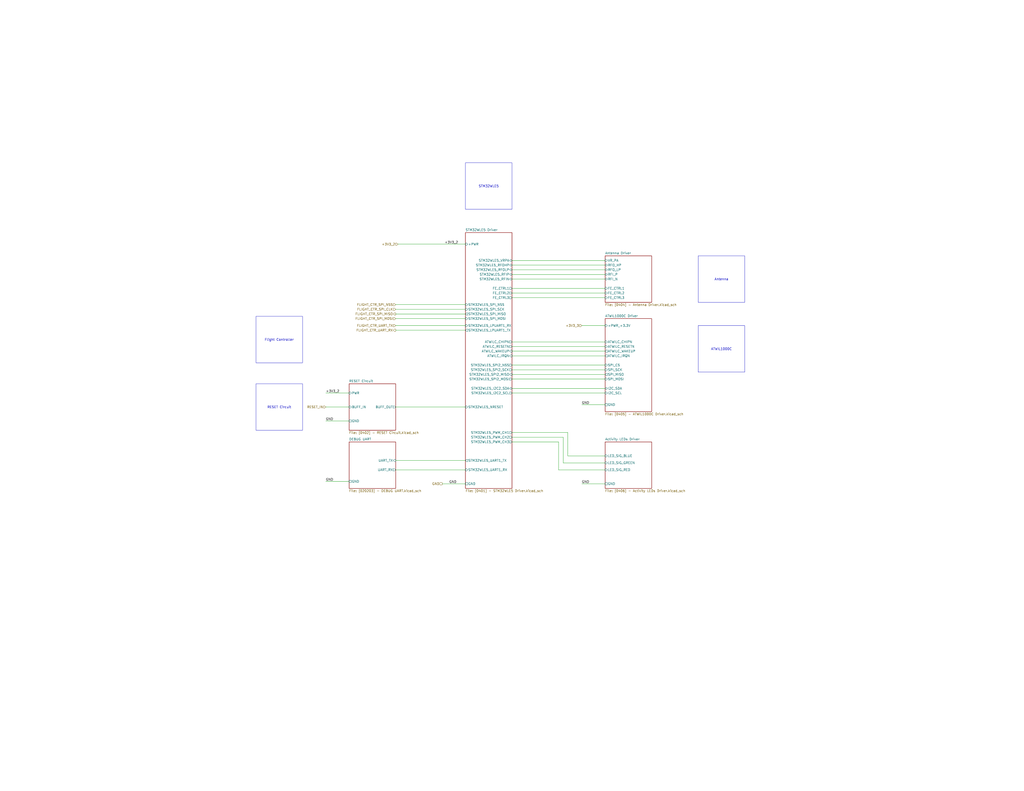
<source format=kicad_sch>
(kicad_sch
	(version 20231120)
	(generator "eeschema")
	(generator_version "8.0")
	(uuid "3cf1c0e5-d779-4fe9-9d0c-a80210814242")
	(paper "C")
	(title_block
		(comment 2 "DRAFT")
	)
	(lib_symbols)
	(wire
		(pts
			(xy 215.9 166.37) (xy 254 166.37)
		)
		(stroke
			(width 0)
			(type default)
		)
		(uuid "0256ee1a-f480-4a24-a681-3c4ee383f856")
	)
	(wire
		(pts
			(xy 279.4 147.32) (xy 330.2 147.32)
		)
		(stroke
			(width 0)
			(type default)
		)
		(uuid "0437e5b5-065c-461d-95e0-def72dd6f2e0")
	)
	(wire
		(pts
			(xy 307.34 238.76) (xy 279.4 238.76)
		)
		(stroke
			(width 0)
			(type default)
		)
		(uuid "05b281cf-c0bf-4b77-b4a0-484cec33f2f0")
	)
	(wire
		(pts
			(xy 279.4 186.69) (xy 330.2 186.69)
		)
		(stroke
			(width 0)
			(type default)
		)
		(uuid "0f36309d-aa53-4611-a324-716bcb0703f0")
	)
	(wire
		(pts
			(xy 215.9 171.45) (xy 254 171.45)
		)
		(stroke
			(width 0)
			(type default)
		)
		(uuid "153f8834-f061-4084-a3ba-34d884b70ec6")
	)
	(wire
		(pts
			(xy 177.8 222.25) (xy 190.5 222.25)
		)
		(stroke
			(width 0)
			(type default)
		)
		(uuid "19428c3d-a28b-40b7-aae5-3098e858ce10")
	)
	(wire
		(pts
			(xy 279.4 142.24) (xy 330.2 142.24)
		)
		(stroke
			(width 0)
			(type default)
		)
		(uuid "323ae656-3def-42c3-a3da-c9522125cf1c")
	)
	(wire
		(pts
			(xy 279.4 204.47) (xy 330.2 204.47)
		)
		(stroke
			(width 0)
			(type default)
		)
		(uuid "38f8605c-4870-496b-8124-10906b6a0ae3")
	)
	(wire
		(pts
			(xy 317.5 264.16) (xy 330.2 264.16)
		)
		(stroke
			(width 0)
			(type default)
		)
		(uuid "3b69c83b-23b9-4a11-aa10-61f03420ae6b")
	)
	(wire
		(pts
			(xy 317.5 177.8) (xy 330.2 177.8)
		)
		(stroke
			(width 0)
			(type default)
		)
		(uuid "42cd84cc-9039-41da-9157-ce66d56a7ec9")
	)
	(wire
		(pts
			(xy 279.4 241.3) (xy 304.8 241.3)
		)
		(stroke
			(width 0)
			(type default)
		)
		(uuid "431ba283-1837-4963-a4b9-fae4b7f6f4a4")
	)
	(wire
		(pts
			(xy 177.8 262.89) (xy 190.5 262.89)
		)
		(stroke
			(width 0)
			(type default)
		)
		(uuid "4804f677-9387-432b-853a-03ac0086c057")
	)
	(wire
		(pts
			(xy 279.4 149.86) (xy 330.2 149.86)
		)
		(stroke
			(width 0)
			(type default)
		)
		(uuid "491726a1-6d9c-41d8-a7f0-d6116966eaad")
	)
	(wire
		(pts
			(xy 217.17 133.35) (xy 254 133.35)
		)
		(stroke
			(width 0)
			(type default)
		)
		(uuid "56d88bb2-48ed-419b-a62f-49c77d30ec14")
	)
	(wire
		(pts
			(xy 307.34 252.73) (xy 330.2 252.73)
		)
		(stroke
			(width 0)
			(type default)
		)
		(uuid "5aa641c2-6b1d-4e33-ac6e-3378bbd8b8cb")
	)
	(wire
		(pts
			(xy 309.88 236.22) (xy 309.88 248.92)
		)
		(stroke
			(width 0)
			(type default)
		)
		(uuid "67594dcc-bd00-4554-bfad-f2384662763a")
	)
	(wire
		(pts
			(xy 304.8 241.3) (xy 304.8 256.54)
		)
		(stroke
			(width 0)
			(type default)
		)
		(uuid "71596b38-db9f-45b2-8573-c0789d496dde")
	)
	(wire
		(pts
			(xy 279.4 207.01) (xy 330.2 207.01)
		)
		(stroke
			(width 0)
			(type default)
		)
		(uuid "71e19aaf-08bc-4db5-91d2-5c7ae9ee5799")
	)
	(wire
		(pts
			(xy 215.9 222.25) (xy 254 222.25)
		)
		(stroke
			(width 0)
			(type default)
		)
		(uuid "726bf641-bcc9-412c-bec4-3aa3b84828ca")
	)
	(wire
		(pts
			(xy 215.9 180.34) (xy 254 180.34)
		)
		(stroke
			(width 0)
			(type default)
		)
		(uuid "749abd81-f34b-48a3-b246-a48b09f95c03")
	)
	(wire
		(pts
			(xy 215.9 256.54) (xy 254 256.54)
		)
		(stroke
			(width 0)
			(type default)
		)
		(uuid "76af409b-014a-434a-9ed0-b22ec57624b5")
	)
	(wire
		(pts
			(xy 279.4 160.02) (xy 330.2 160.02)
		)
		(stroke
			(width 0)
			(type default)
		)
		(uuid "78399f21-d058-47e9-8da6-362191e6fb46")
	)
	(wire
		(pts
			(xy 279.4 157.48) (xy 330.2 157.48)
		)
		(stroke
			(width 0)
			(type default)
		)
		(uuid "7d71fcee-ced7-4446-88cf-02505c9b5320")
	)
	(wire
		(pts
			(xy 279.4 152.4) (xy 330.2 152.4)
		)
		(stroke
			(width 0)
			(type default)
		)
		(uuid "86564554-ed2b-40f0-9105-3566fd85ded2")
	)
	(wire
		(pts
			(xy 215.9 251.46) (xy 254 251.46)
		)
		(stroke
			(width 0)
			(type default)
		)
		(uuid "881928b9-9519-43a0-82f1-293a6cbecfb0")
	)
	(wire
		(pts
			(xy 279.4 162.56) (xy 330.2 162.56)
		)
		(stroke
			(width 0)
			(type default)
		)
		(uuid "89f045c1-d43d-4818-85a7-3c1fa2721b38")
	)
	(wire
		(pts
			(xy 317.5 220.98) (xy 330.2 220.98)
		)
		(stroke
			(width 0)
			(type default)
		)
		(uuid "8f8ab020-1027-4234-b15a-261e06c42f69")
	)
	(wire
		(pts
			(xy 309.88 248.92) (xy 330.2 248.92)
		)
		(stroke
			(width 0)
			(type default)
		)
		(uuid "9443916c-0e15-4f4a-a3fb-96e23da1af27")
	)
	(wire
		(pts
			(xy 279.4 189.23) (xy 330.2 189.23)
		)
		(stroke
			(width 0)
			(type default)
		)
		(uuid "94dfbfbc-4a9c-4450-8fa3-781bed2e4856")
	)
	(wire
		(pts
			(xy 279.4 191.77) (xy 330.2 191.77)
		)
		(stroke
			(width 0)
			(type default)
		)
		(uuid "9bd43ae2-ee9c-493a-a9f6-4091f3772607")
	)
	(wire
		(pts
			(xy 279.4 199.39) (xy 330.2 199.39)
		)
		(stroke
			(width 0)
			(type default)
		)
		(uuid "a3573647-4e63-4019-b073-1b843795d20f")
	)
	(wire
		(pts
			(xy 279.4 212.09) (xy 330.2 212.09)
		)
		(stroke
			(width 0)
			(type default)
		)
		(uuid "a7ae3fc4-ffc8-44a2-9734-c0396b797e97")
	)
	(wire
		(pts
			(xy 215.9 177.8) (xy 254 177.8)
		)
		(stroke
			(width 0)
			(type default)
		)
		(uuid "acd427e7-8429-4ad4-9f90-b1b8575b0ee4")
	)
	(wire
		(pts
			(xy 279.4 194.31) (xy 330.2 194.31)
		)
		(stroke
			(width 0)
			(type default)
		)
		(uuid "aefa909e-be82-4a53-9e99-2da089171a89")
	)
	(wire
		(pts
			(xy 279.4 144.78) (xy 330.2 144.78)
		)
		(stroke
			(width 0)
			(type default)
		)
		(uuid "bcb9b039-3f50-42d9-9bc5-7e18af83d7f3")
	)
	(wire
		(pts
			(xy 177.8 214.63) (xy 190.5 214.63)
		)
		(stroke
			(width 0)
			(type default)
		)
		(uuid "be501702-e03c-4579-ac3c-48a95c7ef639")
	)
	(wire
		(pts
			(xy 304.8 256.54) (xy 330.2 256.54)
		)
		(stroke
			(width 0)
			(type default)
		)
		(uuid "c3ca8465-7c89-45fe-854b-26723f5f4670")
	)
	(wire
		(pts
			(xy 307.34 252.73) (xy 307.34 238.76)
		)
		(stroke
			(width 0)
			(type default)
		)
		(uuid "cd51e586-b1db-4251-a590-7a706531caa3")
	)
	(wire
		(pts
			(xy 177.8 229.87) (xy 190.5 229.87)
		)
		(stroke
			(width 0)
			(type default)
		)
		(uuid "cd7c5560-6a17-4859-b198-d6314ee80e22")
	)
	(wire
		(pts
			(xy 215.9 173.99) (xy 254 173.99)
		)
		(stroke
			(width 0)
			(type default)
		)
		(uuid "d8d47c41-a0a6-4821-ab34-0245e64ff988")
	)
	(wire
		(pts
			(xy 241.3 264.16) (xy 254 264.16)
		)
		(stroke
			(width 0)
			(type default)
		)
		(uuid "e28ad9b9-1990-4420-b7b7-8d7af794a952")
	)
	(wire
		(pts
			(xy 215.9 168.91) (xy 254 168.91)
		)
		(stroke
			(width 0)
			(type default)
		)
		(uuid "ea9be5dd-97bb-483b-b0e6-749946126005")
	)
	(wire
		(pts
			(xy 279.4 236.22) (xy 309.88 236.22)
		)
		(stroke
			(width 0)
			(type default)
		)
		(uuid "efb340d9-f966-4337-92d0-a1a2c4cbffa9")
	)
	(wire
		(pts
			(xy 279.4 214.63) (xy 330.2 214.63)
		)
		(stroke
			(width 0)
			(type default)
		)
		(uuid "fa633397-b5ae-486a-964a-4e4fb50ec57f")
	)
	(wire
		(pts
			(xy 279.4 201.93) (xy 330.2 201.93)
		)
		(stroke
			(width 0)
			(type default)
		)
		(uuid "fcbb8cfd-cf1f-48f8-a496-e05e9b40dfd5")
	)
	(text_box "STM32WLE5"
		(exclude_from_sim no)
		(at 254 88.9 0)
		(size 25.4 25.4)
		(stroke
			(width 0)
			(type default)
		)
		(fill
			(type none)
		)
		(effects
			(font
				(size 1.27 1.27)
			)
		)
		(uuid "1755592d-51d5-422e-89aa-057d445e3982")
	)
	(text_box "Flight Controller"
		(exclude_from_sim no)
		(at 139.7 172.72 0)
		(size 25.4 25.4)
		(stroke
			(width 0)
			(type default)
		)
		(fill
			(type none)
		)
		(effects
			(font
				(size 1.27 1.27)
			)
		)
		(uuid "34891435-c6dd-4dc6-a457-af894b20d8ce")
	)
	(text_box "Antenna"
		(exclude_from_sim no)
		(at 381 139.7 0)
		(size 25.4 25.4)
		(stroke
			(width 0)
			(type default)
		)
		(fill
			(type none)
		)
		(effects
			(font
				(size 1.27 1.27)
			)
		)
		(uuid "4109fea2-ccdf-4b58-aa3f-225d5804158c")
	)
	(text_box "RESET Circuit"
		(exclude_from_sim no)
		(at 139.7 209.55 0)
		(size 25.4 25.4)
		(stroke
			(width 0)
			(type default)
		)
		(fill
			(type none)
		)
		(effects
			(font
				(size 1.27 1.27)
			)
		)
		(uuid "79fa4ffe-ddd5-426d-8627-1494a0cff952")
	)
	(text_box "ATWIL1000C"
		(exclude_from_sim no)
		(at 381 177.8 0)
		(size 25.4 25.4)
		(stroke
			(width 0)
			(type default)
		)
		(fill
			(type none)
		)
		(effects
			(font
				(size 1.27 1.27)
			)
		)
		(uuid "9f02367c-381c-437d-9015-f84d4728f8d1")
	)
	(label "GND"
		(at 177.8 229.87 0)
		(fields_autoplaced yes)
		(effects
			(font
				(size 1.27 1.27)
			)
			(justify left bottom)
		)
		(uuid "5777d73b-03bd-469c-8e59-7e29a07990fd")
	)
	(label "GND"
		(at 245.11 264.16 0)
		(fields_autoplaced yes)
		(effects
			(font
				(size 1.27 1.27)
			)
			(justify left bottom)
		)
		(uuid "a03c3391-5319-4c66-8d2c-d60400dee2db")
	)
	(label "+3V3_2"
		(at 242.57 133.35 0)
		(fields_autoplaced yes)
		(effects
			(font
				(size 1.27 1.27)
			)
			(justify left bottom)
		)
		(uuid "ac854552-c3d6-46c9-babb-739b56d20e51")
	)
	(label "+3V3_2"
		(at 177.8 214.63 0)
		(fields_autoplaced yes)
		(effects
			(font
				(size 1.27 1.27)
			)
			(justify left bottom)
		)
		(uuid "ac898522-05f5-4b00-bd5e-07ecb1e9ef58")
	)
	(label "GND"
		(at 317.5 264.16 0)
		(fields_autoplaced yes)
		(effects
			(font
				(size 1.27 1.27)
			)
			(justify left bottom)
		)
		(uuid "c2e762eb-a244-427b-8302-cf43f54243b3")
	)
	(label "GND"
		(at 317.5 220.98 0)
		(fields_autoplaced yes)
		(effects
			(font
				(size 1.27 1.27)
			)
			(justify left bottom)
		)
		(uuid "c6c50159-4cce-4955-a0fb-cf06637cb61e")
	)
	(label "GND"
		(at 177.8 262.89 0)
		(fields_autoplaced yes)
		(effects
			(font
				(size 1.27 1.27)
			)
			(justify left bottom)
		)
		(uuid "e3fd7510-6a1d-4204-8a0b-2800c74ce6b3")
	)
	(hierarchical_label "FLIGHT_CTR_SPI_CLK"
		(shape input)
		(at 215.9 168.91 180)
		(fields_autoplaced yes)
		(effects
			(font
				(size 1.27 1.27)
			)
			(justify right)
		)
		(uuid "477ecedc-0dd9-4986-a530-c84d9bec4d0e")
	)
	(hierarchical_label "FLIGHT_CTR_SPI_MISO"
		(shape output)
		(at 215.9 171.45 180)
		(fields_autoplaced yes)
		(effects
			(font
				(size 1.27 1.27)
			)
			(justify right)
		)
		(uuid "700d67a0-3738-409e-b438-67b14a82d960")
	)
	(hierarchical_label "FLIGHT_CTR_SPI_NSS"
		(shape input)
		(at 215.9 166.37 180)
		(fields_autoplaced yes)
		(effects
			(font
				(size 1.27 1.27)
			)
			(justify right)
		)
		(uuid "a6a73c7b-dafe-4682-bde8-d26b4c250c45")
	)
	(hierarchical_label "+3V3_3"
		(shape input)
		(at 317.5 177.8 180)
		(fields_autoplaced yes)
		(effects
			(font
				(size 1.27 1.27)
			)
			(justify right)
		)
		(uuid "ad1bd182-7e12-48d4-8b5d-c31200aaddd5")
	)
	(hierarchical_label "FLIGHT_CTR_UART_RX"
		(shape output)
		(at 215.9 180.34 180)
		(fields_autoplaced yes)
		(effects
			(font
				(size 1.27 1.27)
			)
			(justify right)
		)
		(uuid "bf40e0e3-4b5a-46c7-8466-52bb1dc467ad")
	)
	(hierarchical_label "FLIGHT_CTR_UART_TX"
		(shape input)
		(at 215.9 177.8 180)
		(fields_autoplaced yes)
		(effects
			(font
				(size 1.27 1.27)
			)
			(justify right)
		)
		(uuid "c840b8b3-b9aa-4991-9ffe-3ec38b72b9d8")
	)
	(hierarchical_label "+3V3_2"
		(shape input)
		(at 217.17 133.35 180)
		(fields_autoplaced yes)
		(effects
			(font
				(size 1.27 1.27)
			)
			(justify right)
		)
		(uuid "d5a2f07e-ff5c-45e4-b5fe-d2690fe85eba")
	)
	(hierarchical_label "GND"
		(shape passive)
		(at 241.3 264.16 180)
		(fields_autoplaced yes)
		(effects
			(font
				(size 1.27 1.27)
			)
			(justify right)
		)
		(uuid "da74db89-2cc9-4df4-b846-1172487188a7")
	)
	(hierarchical_label "RESET_IN"
		(shape input)
		(at 177.8 222.25 180)
		(fields_autoplaced yes)
		(effects
			(font
				(size 1.27 1.27)
			)
			(justify right)
		)
		(uuid "e3952e47-6114-49f1-a568-ddea19a964b1")
	)
	(hierarchical_label "FLIGHT_CTR_SPI_MOSI"
		(shape input)
		(at 215.9 173.99 180)
		(fields_autoplaced yes)
		(effects
			(font
				(size 1.27 1.27)
			)
			(justify right)
		)
		(uuid "f1663ac8-8dc9-445d-ad90-3ca70a86e040")
	)
	(sheet
		(at 330.2 241.3)
		(size 25.4 25.4)
		(fields_autoplaced yes)
		(stroke
			(width 0.1524)
			(type solid)
		)
		(fill
			(color 0 0 0 0.0000)
		)
		(uuid "036f860c-85f7-4ad6-9942-a3edc088e744")
		(property "Sheetname" "Activity LEDs Driver"
			(at 330.2 240.5884 0)
			(effects
				(font
					(size 1.27 1.27)
				)
				(justify left bottom)
			)
		)
		(property "Sheetfile" "[0406] - Activity LEDs Driver.kicad_sch"
			(at 330.2 267.2846 0)
			(effects
				(font
					(size 1.27 1.27)
				)
				(justify left top)
			)
		)
		(pin "GND" passive
			(at 330.2 264.16 180)
			(effects
				(font
					(size 1.27 1.27)
				)
				(justify left)
			)
			(uuid "fdffc36b-5b13-4a94-8e1b-87ba08795076")
		)
		(pin "LED_SIG_GREEN" input
			(at 330.2 252.73 180)
			(effects
				(font
					(size 1.27 1.27)
				)
				(justify left)
			)
			(uuid "128c49f6-f671-4d6f-a3d8-781ceb227845")
		)
		(pin "LED_SIG_RED" input
			(at 330.2 256.54 180)
			(effects
				(font
					(size 1.27 1.27)
				)
				(justify left)
			)
			(uuid "c17f197a-bd58-441a-a2b7-2d9626f92fed")
		)
		(pin "LED_SIG_BLUE" input
			(at 330.2 248.92 180)
			(effects
				(font
					(size 1.27 1.27)
				)
				(justify left)
			)
			(uuid "a9720dfc-95a4-45e7-a7f7-ed8464acca5b")
		)
		(instances
			(project "_Sub_HW_Qcopter"
				(path "/b8703f06-b3da-4de2-b217-f104939b36e8/6184e84e-040e-4878-8152-76cf0b949e21/52ef12aa-708a-4c3e-bdcf-f4b54bf97795"
					(page "20")
				)
			)
		)
	)
	(sheet
		(at 190.5 241.3)
		(size 25.4 25.4)
		(fields_autoplaced yes)
		(stroke
			(width 0.1524)
			(type solid)
		)
		(fill
			(color 0 0 0 0.0000)
		)
		(uuid "28fb611e-9be9-40da-a4d5-7a0eb68011b2")
		(property "Sheetname" "DEBUG UART"
			(at 190.5 240.5884 0)
			(effects
				(font
					(size 1.27 1.27)
				)
				(justify left bottom)
			)
		)
		(property "Sheetfile" "[020203] - DEBUG UART.kicad_sch"
			(at 190.5 267.2846 0)
			(effects
				(font
					(size 1.27 1.27)
				)
				(justify left top)
			)
		)
		(pin "UART_TX" input
			(at 215.9 251.46 0)
			(effects
				(font
					(size 1.27 1.27)
				)
				(justify right)
			)
			(uuid "dc2e2781-8533-4752-a881-3755b1d7aef0")
		)
		(pin "UART_RX" output
			(at 215.9 256.54 0)
			(effects
				(font
					(size 1.27 1.27)
				)
				(justify right)
			)
			(uuid "08ca84fd-d16e-4d1d-b7bf-efa03c49642b")
		)
		(pin "GND" passive
			(at 190.5 262.89 180)
			(effects
				(font
					(size 1.27 1.27)
				)
				(justify left)
			)
			(uuid "b6043755-32e7-466e-b697-52d7a564d51e")
		)
		(instances
			(project "_Sub_HW_Qcopter"
				(path "/b8703f06-b3da-4de2-b217-f104939b36e8/6184e84e-040e-4878-8152-76cf0b949e21/52ef12aa-708a-4c3e-bdcf-f4b54bf97795"
					(page "40")
				)
			)
		)
	)
	(sheet
		(at 330.2 139.7)
		(size 25.4 25.4)
		(fields_autoplaced yes)
		(stroke
			(width 0.1524)
			(type solid)
		)
		(fill
			(color 0 0 0 0.0000)
		)
		(uuid "2faab146-56a0-4161-9bf2-36499f684d79")
		(property "Sheetname" "Antenna Driver"
			(at 330.2 138.9884 0)
			(effects
				(font
					(size 1.27 1.27)
				)
				(justify left bottom)
			)
		)
		(property "Sheetfile" "[0404] - Antenna Driver.kicad_sch"
			(at 330.2 165.6846 0)
			(effects
				(font
					(size 1.27 1.27)
				)
				(justify left top)
			)
		)
		(pin "RFO_LP" bidirectional
			(at 330.2 147.32 180)
			(effects
				(font
					(size 1.27 1.27)
				)
				(justify left)
			)
			(uuid "d72ea34c-0268-475c-8543-8c6beff11219")
		)
		(pin "VR_PA" input
			(at 330.2 142.24 180)
			(effects
				(font
					(size 1.27 1.27)
				)
				(justify left)
			)
			(uuid "ff07aa5d-3ce5-4a17-bbc5-d50129a80f2f")
		)
		(pin "RFI_P" bidirectional
			(at 330.2 149.86 180)
			(effects
				(font
					(size 1.27 1.27)
				)
				(justify left)
			)
			(uuid "4ff8c58b-d35d-4aa2-b65d-d6fc07e6f30d")
		)
		(pin "RFI_N" bidirectional
			(at 330.2 152.4 180)
			(effects
				(font
					(size 1.27 1.27)
				)
				(justify left)
			)
			(uuid "2dff077a-8e81-4da9-92f9-69f0e7d0822f")
		)
		(pin "FE_CTRL2" input
			(at 330.2 160.02 180)
			(effects
				(font
					(size 1.27 1.27)
				)
				(justify left)
			)
			(uuid "00824c7f-913d-4171-aff6-b26652edda35")
		)
		(pin "FE_CTRL3" input
			(at 330.2 162.56 180)
			(effects
				(font
					(size 1.27 1.27)
				)
				(justify left)
			)
			(uuid "a0114957-15fe-478b-bd25-f8ad02736eb5")
		)
		(pin "FE_CTRL1" input
			(at 330.2 157.48 180)
			(effects
				(font
					(size 1.27 1.27)
				)
				(justify left)
			)
			(uuid "3fc12350-44e8-49a7-9f2b-af88b1df3fdd")
		)
		(pin "RFO_HP" bidirectional
			(at 330.2 144.78 180)
			(effects
				(font
					(size 1.27 1.27)
				)
				(justify left)
			)
			(uuid "da5564ff-e698-4d32-a9a2-e2b0f8e8a80b")
		)
		(instances
			(project "_Sub_HW_Qcopter"
				(path "/b8703f06-b3da-4de2-b217-f104939b36e8/6184e84e-040e-4878-8152-76cf0b949e21/52ef12aa-708a-4c3e-bdcf-f4b54bf97795"
					(page "18")
				)
			)
		)
	)
	(sheet
		(at 330.2 173.99)
		(size 25.4 50.8)
		(fields_autoplaced yes)
		(stroke
			(width 0.1524)
			(type solid)
		)
		(fill
			(color 0 0 0 0.0000)
		)
		(uuid "572dcb6a-579b-4867-89b1-35ab8a6f8fad")
		(property "Sheetname" "ATWIL1000C Driver"
			(at 330.2 173.2784 0)
			(effects
				(font
					(size 1.27 1.27)
				)
				(justify left bottom)
			)
		)
		(property "Sheetfile" "[0405] - ATWIL1000C Driver.kicad_sch"
			(at 330.2 225.3746 0)
			(effects
				(font
					(size 1.27 1.27)
				)
				(justify left top)
			)
		)
		(pin "ATWILC_IRQN" output
			(at 330.2 194.31 180)
			(effects
				(font
					(size 1.27 1.27)
				)
				(justify left)
			)
			(uuid "eb4f04a2-ef88-4b92-aa78-db3efdbdbdbc")
		)
		(pin "ATWILC_WAKEUP" output
			(at 330.2 191.77 180)
			(effects
				(font
					(size 1.27 1.27)
				)
				(justify left)
			)
			(uuid "e927032b-6fde-45e1-9f78-501f2ff9885e")
		)
		(pin "I2C_SCL" input
			(at 330.2 214.63 180)
			(effects
				(font
					(size 1.27 1.27)
				)
				(justify left)
			)
			(uuid "a46481e5-20f0-47ca-a111-1e1478bda0cd")
		)
		(pin "I2C_SDA" bidirectional
			(at 330.2 212.09 180)
			(effects
				(font
					(size 1.27 1.27)
				)
				(justify left)
			)
			(uuid "25837e61-a238-4fce-96e4-6cfcaf787b1a")
		)
		(pin "SPI_MISO" output
			(at 330.2 204.47 180)
			(effects
				(font
					(size 1.27 1.27)
				)
				(justify left)
			)
			(uuid "3dfd73d0-1cec-4a38-87bb-e345007e270d")
		)
		(pin "SPI_MOSI" input
			(at 330.2 207.01 180)
			(effects
				(font
					(size 1.27 1.27)
				)
				(justify left)
			)
			(uuid "58907826-23b1-47ce-b07b-a04b885dccce")
		)
		(pin "SPI_CS" input
			(at 330.2 199.39 180)
			(effects
				(font
					(size 1.27 1.27)
				)
				(justify left)
			)
			(uuid "5122b9e9-238d-4338-8706-3f77982d0b56")
		)
		(pin "SPI_SCK" input
			(at 330.2 201.93 180)
			(effects
				(font
					(size 1.27 1.27)
				)
				(justify left)
			)
			(uuid "cf64f795-96ee-475d-a78b-8eefc94f8c50")
		)
		(pin "GND" passive
			(at 330.2 220.98 180)
			(effects
				(font
					(size 1.27 1.27)
				)
				(justify left)
			)
			(uuid "b96f8e76-81c5-4b9c-aea5-8a326e698a90")
		)
		(pin "ATWILC_RESETN" input
			(at 330.2 189.23 180)
			(effects
				(font
					(size 1.27 1.27)
				)
				(justify left)
			)
			(uuid "47ba7089-0e7f-4b2f-97e2-4cdc41e4e274")
		)
		(pin "ATWILC_CHIPN" input
			(at 330.2 186.69 180)
			(effects
				(font
					(size 1.27 1.27)
				)
				(justify left)
			)
			(uuid "cb16d278-e1c6-4c82-8c14-b9839fd2fb23")
		)
		(pin "+PWR_+3.3V" input
			(at 330.2 177.8 180)
			(effects
				(font
					(size 1.27 1.27)
				)
				(justify left)
			)
			(uuid "42f565ec-7fd3-4b2b-8f8e-aae670d303ac")
		)
		(instances
			(project "_Sub_HW_Qcopter"
				(path "/b8703f06-b3da-4de2-b217-f104939b36e8/6184e84e-040e-4878-8152-76cf0b949e21/52ef12aa-708a-4c3e-bdcf-f4b54bf97795"
					(page "19")
				)
			)
		)
	)
	(sheet
		(at 190.5 209.55)
		(size 25.4 25.4)
		(fields_autoplaced yes)
		(stroke
			(width 0.1524)
			(type solid)
		)
		(fill
			(color 0 0 0 0.0000)
		)
		(uuid "7d707aad-e237-43ec-b9e0-31f445760984")
		(property "Sheetname" "RESET Circuit"
			(at 190.5 208.8384 0)
			(effects
				(font
					(size 1.27 1.27)
				)
				(justify left bottom)
			)
		)
		(property "Sheetfile" "[0402] - RESET Circuit.kicad_sch"
			(at 190.5 235.5346 0)
			(effects
				(font
					(size 1.27 1.27)
				)
				(justify left top)
			)
		)
		(pin "BUFF_OUT" output
			(at 215.9 222.25 0)
			(effects
				(font
					(size 1.27 1.27)
				)
				(justify right)
			)
			(uuid "8c4f020a-c4cb-4964-b5ed-a687d66051b6")
		)
		(pin "BUFF_IN" input
			(at 190.5 222.25 180)
			(effects
				(font
					(size 1.27 1.27)
				)
				(justify left)
			)
			(uuid "d3a2c2b4-0bac-43a0-a633-cef73c030e88")
		)
		(pin "GND" passive
			(at 190.5 229.87 180)
			(effects
				(font
					(size 1.27 1.27)
				)
				(justify left)
			)
			(uuid "558b2558-1624-4a24-979b-96363772ed0b")
		)
		(pin "PWR" input
			(at 190.5 214.63 180)
			(effects
				(font
					(size 1.27 1.27)
				)
				(justify left)
			)
			(uuid "78321ee2-f8c1-459f-acee-65bdbb6c7d8e")
		)
		(instances
			(project "_Sub_HW_Qcopter"
				(path "/b8703f06-b3da-4de2-b217-f104939b36e8/6184e84e-040e-4878-8152-76cf0b949e21/52ef12aa-708a-4c3e-bdcf-f4b54bf97795"
					(page "16")
				)
			)
		)
	)
	(sheet
		(at 254 127)
		(size 25.4 139.7)
		(fields_autoplaced yes)
		(stroke
			(width 0.1524)
			(type solid)
		)
		(fill
			(color 0 0 0 0.0000)
		)
		(uuid "ed29e548-608f-4c6d-baf5-be9a7e3f9a1c")
		(property "Sheetname" "STM32WLE5 Driver"
			(at 254 126.2884 0)
			(effects
				(font
					(size 1.27 1.27)
				)
				(justify left bottom)
			)
		)
		(property "Sheetfile" "[0401] - STM32WLE5 Driver.kicad_sch"
			(at 254 267.2846 0)
			(effects
				(font
					(size 1.27 1.27)
				)
				(justify left top)
			)
		)
		(pin "+PWR" input
			(at 254 133.35 180)
			(effects
				(font
					(size 1.27 1.27)
				)
				(justify left)
			)
			(uuid "302c204f-3b1c-4b5a-aea3-c9ee8d81e30e")
		)
		(pin "GND" passive
			(at 254 264.16 180)
			(effects
				(font
					(size 1.27 1.27)
				)
				(justify left)
			)
			(uuid "9c0d923e-17aa-4335-b3d5-934ce19a9b1f")
		)
		(pin "STM32WLE5_NRESET" input
			(at 254 222.25 180)
			(effects
				(font
					(size 1.27 1.27)
				)
				(justify left)
			)
			(uuid "9ee1c9b5-49cc-41cd-a1ba-801d06715882")
		)
		(pin "STM32WLE5_UART1_RX" input
			(at 254 256.54 180)
			(effects
				(font
					(size 1.27 1.27)
				)
				(justify left)
			)
			(uuid "3d17cdc4-20c1-483f-a0dc-f1193584554b")
		)
		(pin "STM32WLE5_UART1_TX" output
			(at 254 251.46 180)
			(effects
				(font
					(size 1.27 1.27)
				)
				(justify left)
			)
			(uuid "ce153282-9a5b-4dca-bdc4-9d9496ebbb61")
		)
		(pin "STM32WLE5_SPI_SCK" input
			(at 254 168.91 180)
			(effects
				(font
					(size 1.27 1.27)
				)
				(justify left)
			)
			(uuid "5c97347b-1855-48d1-8ec7-3a8537a7bb9d")
		)
		(pin "STM32WLE5_SPI_MISO" output
			(at 254 171.45 180)
			(effects
				(font
					(size 1.27 1.27)
				)
				(justify left)
			)
			(uuid "13f99f95-d13c-40e9-bceb-5fbbc9811e65")
		)
		(pin "STM32WLE5_SPI_MOSI" input
			(at 254 173.99 180)
			(effects
				(font
					(size 1.27 1.27)
				)
				(justify left)
			)
			(uuid "d807619c-d27e-491d-bda9-bdd206173798")
		)
		(pin "STM32WLE5_PWM_CH3" output
			(at 279.4 241.3 0)
			(effects
				(font
					(size 1.27 1.27)
				)
				(justify right)
			)
			(uuid "6fb18955-edf7-4f75-953f-0ef894ef9a3b")
		)
		(pin "STM32WLE5_LPUART1_TX" output
			(at 254 180.34 180)
			(effects
				(font
					(size 1.27 1.27)
				)
				(justify left)
			)
			(uuid "0cfa3e3e-b383-4dad-8c46-ffa4c795bde9")
		)
		(pin "STM32WLE5_LPUART1_RX" input
			(at 254 177.8 180)
			(effects
				(font
					(size 1.27 1.27)
				)
				(justify left)
			)
			(uuid "207916f9-f7d0-4149-869d-c433c0214f77")
		)
		(pin "STM32WLE5_SPI_NSS" input
			(at 254 166.37 180)
			(effects
				(font
					(size 1.27 1.27)
				)
				(justify left)
			)
			(uuid "ea3569d0-053c-420d-b3d9-1fcef15371d6")
		)
		(pin "STM32WLE5_PWM_CH1" output
			(at 279.4 236.22 0)
			(effects
				(font
					(size 1.27 1.27)
				)
				(justify right)
			)
			(uuid "0979fc11-bf2b-4ae4-867e-00bef534caaa")
		)
		(pin "STM32WLE5_PWM_CH2" output
			(at 279.4 238.76 0)
			(effects
				(font
					(size 1.27 1.27)
				)
				(justify right)
			)
			(uuid "44f041dd-8847-40d9-b09a-fcbec1515190")
		)
		(pin "STM32WLE5_SPI2_NSS" output
			(at 279.4 199.39 0)
			(effects
				(font
					(size 1.27 1.27)
				)
				(justify right)
			)
			(uuid "05ce10a9-5204-46bd-8210-24ad0b4ecfdd")
		)
		(pin "STM32WLE5_SPI2_SCK" output
			(at 279.4 201.93 0)
			(effects
				(font
					(size 1.27 1.27)
				)
				(justify right)
			)
			(uuid "a0860f6c-420b-4139-b0df-808df9b8a99f")
		)
		(pin "STM32WLE5_I2C2_SDA" bidirectional
			(at 279.4 212.09 0)
			(effects
				(font
					(size 1.27 1.27)
				)
				(justify right)
			)
			(uuid "2d865caf-acf0-4a73-8fe8-d60dda602ed5")
		)
		(pin "STM32WLE5_SPI2_MOSI" output
			(at 279.4 207.01 0)
			(effects
				(font
					(size 1.27 1.27)
				)
				(justify right)
			)
			(uuid "9f1631a7-10e2-4191-929c-7ff168801c9b")
		)
		(pin "STM32WLE5_I2C2_SCL" output
			(at 279.4 214.63 0)
			(effects
				(font
					(size 1.27 1.27)
				)
				(justify right)
			)
			(uuid "6b3b4b8c-3c9c-42f6-a392-5ceb05799a08")
		)
		(pin "STM32WLE5_SPI2_MISO" input
			(at 279.4 204.47 0)
			(effects
				(font
					(size 1.27 1.27)
				)
				(justify right)
			)
			(uuid "48cbebdd-4d26-494d-9e2b-04794b6e64a1")
		)
		(pin "ATWILC_IRQN" input
			(at 279.4 194.31 0)
			(effects
				(font
					(size 1.27 1.27)
				)
				(justify right)
			)
			(uuid "f6c044a7-2a85-4bc6-9c79-1fa65a004ea4")
		)
		(pin "ATWILC_WAKEUP" input
			(at 279.4 191.77 0)
			(effects
				(font
					(size 1.27 1.27)
				)
				(justify right)
			)
			(uuid "dda45a6e-8a93-4b3c-b5fc-9e8b7b519506")
		)
		(pin "ATWILC_RESETN" output
			(at 279.4 189.23 0)
			(effects
				(font
					(size 1.27 1.27)
				)
				(justify right)
			)
			(uuid "2b4aec47-dd2f-43f1-8257-5093a2e11b09")
		)
		(pin "ATWILC_CHIPN" output
			(at 279.4 186.69 0)
			(effects
				(font
					(size 1.27 1.27)
				)
				(justify right)
			)
			(uuid "86660906-fe2d-4d64-a169-9b73ab29b3e6")
		)
		(pin "STM32WLE5_RFIN" bidirectional
			(at 279.4 152.4 0)
			(effects
				(font
					(size 1.27 1.27)
				)
				(justify right)
			)
			(uuid "57c1a56d-5aae-4410-a129-4c321fa0463e")
		)
		(pin "STM32WLE5_RFIP" bidirectional
			(at 279.4 149.86 0)
			(effects
				(font
					(size 1.27 1.27)
				)
				(justify right)
			)
			(uuid "132dcd7d-9262-4e77-aa08-35b13a74a1ba")
		)
		(pin "STM32WLE5_RFOHP" bidirectional
			(at 279.4 144.78 0)
			(effects
				(font
					(size 1.27 1.27)
				)
				(justify right)
			)
			(uuid "c8ffcb7a-b49a-4771-8cef-eddd23e79c36")
		)
		(pin "STM32WLE5_RFOLP" bidirectional
			(at 279.4 147.32 0)
			(effects
				(font
					(size 1.27 1.27)
				)
				(justify right)
			)
			(uuid "521b343a-86ac-4b9a-9da1-defb1613f925")
		)
		(pin "STM32WLE5_VRPA" bidirectional
			(at 279.4 142.24 0)
			(effects
				(font
					(size 1.27 1.27)
				)
				(justify right)
			)
			(uuid "6417db90-9a56-44c5-805f-6e6e5fc0a575")
		)
		(pin "FE_CTRL1" output
			(at 279.4 157.48 0)
			(effects
				(font
					(size 1.27 1.27)
				)
				(justify right)
			)
			(uuid "bc330e67-3e79-4e18-9320-2214c9965a79")
		)
		(pin "FE_CTRL3" output
			(at 279.4 162.56 0)
			(effects
				(font
					(size 1.27 1.27)
				)
				(justify right)
			)
			(uuid "39449d2c-e062-4f4c-846e-ee7f20281d81")
		)
		(pin "FE_CTRL2" output
			(at 279.4 160.02 0)
			(effects
				(font
					(size 1.27 1.27)
				)
				(justify right)
			)
			(uuid "f655c5f8-0f4d-4a46-b063-6b7a46ec08a4")
		)
		(instances
			(project "_Sub_HW_Qcopter"
				(path "/b8703f06-b3da-4de2-b217-f104939b36e8/6184e84e-040e-4878-8152-76cf0b949e21/52ef12aa-708a-4c3e-bdcf-f4b54bf97795"
					(page "15")
				)
			)
		)
	)
)
</source>
